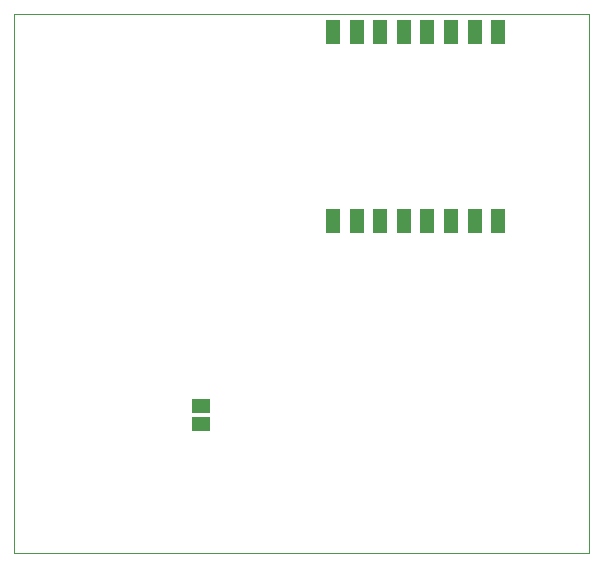
<source format=gtp>
G75*
G70*
%OFA0B0*%
%FSLAX24Y24*%
%IPPOS*%
%LPD*%
%AMOC8*
5,1,8,0,0,1.08239X$1,22.5*
%
%ADD10C,0.0000*%
%ADD11R,0.0512X0.0787*%
%ADD12R,0.0630X0.0460*%
D10*
X000219Y000180D02*
X000219Y018176D01*
X019377Y018176D01*
X019382Y018176D02*
X019382Y000180D01*
X019377Y000180D02*
X000219Y000180D01*
D11*
X010838Y011260D03*
X011626Y011260D03*
X012413Y011260D03*
X013201Y011260D03*
X013988Y011260D03*
X014775Y011260D03*
X015563Y011260D03*
X016350Y011260D03*
X016350Y017560D03*
X015563Y017560D03*
X014775Y017560D03*
X013988Y017560D03*
X013201Y017560D03*
X012413Y017560D03*
X011626Y017560D03*
X010838Y017560D03*
D12*
X006451Y005088D03*
X006451Y004488D03*
M02*

</source>
